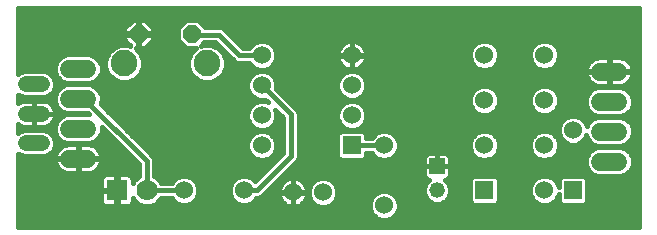
<source format=gbl>
G75*
%MOIN*%
%OFA0B0*%
%FSLAX24Y24*%
%IPPOS*%
%LPD*%
%AMOC8*
5,1,8,0,0,1.08239X$1,22.5*
%
%ADD10C,0.0600*%
%ADD11C,0.0700*%
%ADD12R,0.0700X0.0700*%
%ADD13R,0.0600X0.0600*%
%ADD14R,0.0520X0.0520*%
%ADD15C,0.0520*%
%ADD16C,0.0600*%
%ADD17OC8,0.0600*%
%ADD18C,0.0885*%
%ADD19C,0.0520*%
%ADD20C,0.0160*%
D10*
X006453Y001680D03*
X008453Y001680D03*
X010087Y001613D03*
X011087Y001613D03*
X013126Y001180D03*
X013126Y003180D03*
X012047Y004180D03*
X012047Y005180D03*
X012047Y006180D03*
X009047Y006180D03*
X009047Y005180D03*
X009047Y004180D03*
X009047Y003180D03*
X016469Y003180D03*
X018469Y003180D03*
X019417Y003684D03*
X018469Y004680D03*
X016469Y004680D03*
X016469Y006180D03*
X018469Y006180D03*
X018469Y001680D03*
D11*
X005217Y001680D03*
D12*
X004217Y001680D03*
D13*
X012047Y003180D03*
X016469Y001680D03*
X019417Y001684D03*
D14*
X014890Y002478D03*
D15*
X014890Y001678D03*
D16*
X020330Y002641D02*
X020930Y002641D01*
X020930Y003641D02*
X020330Y003641D01*
X020330Y004641D02*
X020930Y004641D01*
X020930Y005641D02*
X020330Y005641D01*
X003225Y005735D02*
X002625Y005735D01*
X002625Y004735D02*
X003225Y004735D01*
X003225Y003735D02*
X002625Y003735D01*
X002625Y002735D02*
X003225Y002735D01*
D17*
X004949Y006890D03*
X006729Y006890D03*
D18*
X007219Y005910D03*
X004459Y005910D03*
D19*
X001718Y005220D02*
X001198Y005220D01*
X001198Y004236D02*
X001718Y004236D01*
X001718Y003251D02*
X001198Y003251D01*
D20*
X000922Y002905D02*
X000922Y000460D01*
X021622Y000460D01*
X021622Y007774D01*
X000922Y007774D01*
X000922Y005566D01*
X000949Y005593D01*
X001111Y005660D01*
X001806Y005660D01*
X001967Y005593D01*
X002091Y005469D01*
X002158Y005307D01*
X002158Y005132D01*
X002091Y004971D01*
X001967Y004847D01*
X001806Y004780D01*
X001111Y004780D01*
X000949Y004847D01*
X000922Y004874D01*
X000922Y004579D01*
X000967Y004612D01*
X001029Y004643D01*
X001095Y004665D01*
X001163Y004676D01*
X001458Y004676D01*
X001458Y004236D01*
X001458Y004236D01*
X001458Y004676D01*
X001753Y004676D01*
X001821Y004665D01*
X001887Y004643D01*
X001949Y004612D01*
X002005Y004571D01*
X002054Y004522D01*
X002094Y004466D01*
X002126Y004404D01*
X002147Y004339D01*
X002158Y004270D01*
X002158Y004236D01*
X001458Y004236D01*
X001458Y004236D01*
X002158Y004236D01*
X002158Y004201D01*
X002147Y004133D01*
X002126Y004067D01*
X002094Y004005D01*
X002054Y003949D01*
X002005Y003900D01*
X001949Y003859D01*
X001887Y003828D01*
X001821Y003806D01*
X001753Y003796D01*
X001458Y003796D01*
X001458Y004236D01*
X001458Y004236D01*
X001458Y003796D01*
X001163Y003796D01*
X001095Y003806D01*
X001029Y003828D01*
X000967Y003859D01*
X000922Y003892D01*
X000922Y003597D01*
X000949Y003624D01*
X001111Y003691D01*
X001806Y003691D01*
X001967Y003624D01*
X002091Y003501D01*
X002158Y003339D01*
X002158Y003164D01*
X002091Y003002D01*
X001967Y002878D01*
X001806Y002811D01*
X001111Y002811D01*
X000949Y002878D01*
X000922Y002905D01*
X000922Y002875D02*
X000958Y002875D01*
X000922Y002716D02*
X002905Y002716D01*
X002905Y002715D02*
X002145Y002715D01*
X002145Y002697D01*
X002157Y002623D01*
X002180Y002551D01*
X002215Y002484D01*
X002259Y002422D01*
X002313Y002369D01*
X002374Y002325D01*
X002441Y002290D01*
X002513Y002267D01*
X002587Y002255D01*
X002905Y002255D01*
X002905Y002715D01*
X002905Y002755D01*
X002145Y002755D01*
X002145Y002773D01*
X002157Y002848D01*
X002180Y002919D01*
X002215Y002987D01*
X002259Y003048D01*
X002313Y003101D01*
X002374Y003146D01*
X002441Y003180D01*
X002513Y003203D01*
X002587Y003215D01*
X002905Y003215D01*
X002905Y002755D01*
X002945Y002755D01*
X002945Y003215D01*
X003263Y003215D01*
X003338Y003203D01*
X003409Y003180D01*
X003477Y003146D01*
X003538Y003101D01*
X003591Y003048D01*
X003636Y002987D01*
X003670Y002919D01*
X003693Y002848D01*
X003705Y002773D01*
X003705Y002755D01*
X002945Y002755D01*
X002945Y002715D01*
X002945Y002255D01*
X003263Y002255D01*
X003338Y002267D01*
X003409Y002290D01*
X003477Y002325D01*
X003538Y002369D01*
X003591Y002422D01*
X003636Y002484D01*
X003670Y002551D01*
X003693Y002623D01*
X003705Y002697D01*
X003705Y002715D01*
X002945Y002715D01*
X002905Y002715D01*
X002945Y002716D02*
X004785Y002716D01*
X004944Y002558D02*
X003672Y002558D01*
X003568Y002399D02*
X004949Y002399D01*
X004949Y002553D02*
X004949Y002143D01*
X004916Y002129D01*
X004767Y001980D01*
X004747Y001930D01*
X004747Y002054D01*
X004734Y002099D01*
X004711Y002141D01*
X004677Y002174D01*
X004636Y002198D01*
X004590Y002210D01*
X004244Y002210D01*
X004244Y001708D01*
X004189Y001708D01*
X004189Y002210D01*
X003843Y002210D01*
X003797Y002198D01*
X003756Y002174D01*
X003723Y002141D01*
X003699Y002099D01*
X003687Y002054D01*
X003687Y001708D01*
X004189Y001708D01*
X004189Y001652D01*
X004244Y001652D01*
X004244Y001150D01*
X004590Y001150D01*
X004636Y001162D01*
X004677Y001186D01*
X004711Y001219D01*
X004734Y001261D01*
X004747Y001306D01*
X004747Y001430D01*
X004767Y001380D01*
X004916Y001231D01*
X005111Y001150D01*
X005322Y001150D01*
X005517Y001231D01*
X005666Y001380D01*
X005683Y001420D01*
X006041Y001420D01*
X006046Y001408D01*
X006181Y001273D01*
X006357Y001200D01*
X006548Y001200D01*
X006725Y001273D01*
X006860Y001408D01*
X006933Y001585D01*
X006933Y001775D01*
X006860Y001952D01*
X006725Y002087D01*
X006548Y002160D01*
X006357Y002160D01*
X006181Y002087D01*
X006046Y001952D01*
X006041Y001940D01*
X005683Y001940D01*
X005666Y001980D01*
X005517Y002129D01*
X005469Y002149D01*
X005469Y002712D01*
X005429Y002808D01*
X005356Y002881D01*
X003674Y004563D01*
X003705Y004640D01*
X003705Y004831D01*
X003632Y005007D01*
X003497Y005142D01*
X003321Y005215D01*
X002530Y005215D01*
X002353Y005142D01*
X002218Y005007D01*
X002145Y004831D01*
X002145Y004640D01*
X002218Y004463D01*
X002353Y004328D01*
X002530Y004255D01*
X003246Y004255D01*
X003286Y004215D01*
X002530Y004215D01*
X002353Y004142D01*
X002218Y004007D01*
X002145Y003831D01*
X002145Y003640D01*
X002218Y003463D01*
X002353Y003328D01*
X002530Y003255D01*
X003321Y003255D01*
X003497Y003328D01*
X003632Y003463D01*
X003705Y003640D01*
X003705Y003796D01*
X004949Y002553D01*
X005209Y002660D02*
X005209Y001688D01*
X005217Y001680D01*
X006453Y001680D01*
X006933Y001607D02*
X007973Y001607D01*
X007973Y001585D02*
X008046Y001408D01*
X008181Y001273D01*
X008357Y001200D01*
X008548Y001200D01*
X008725Y001273D01*
X008860Y001408D01*
X008865Y001420D01*
X008926Y001420D01*
X009021Y001460D01*
X010159Y002597D01*
X010232Y002671D01*
X010272Y002766D01*
X010272Y004267D01*
X010232Y004363D01*
X009522Y005073D01*
X009527Y005085D01*
X009527Y005275D01*
X009454Y005452D01*
X009319Y005587D01*
X009143Y005660D01*
X008952Y005660D01*
X008775Y005587D01*
X008640Y005452D01*
X008567Y005275D01*
X008567Y005085D01*
X008640Y004908D01*
X008775Y004773D01*
X008952Y004700D01*
X009143Y004700D01*
X009155Y004705D01*
X009240Y004620D01*
X009143Y004660D01*
X008952Y004660D01*
X008775Y004587D01*
X008640Y004452D01*
X008567Y004275D01*
X008567Y004085D01*
X008640Y003908D01*
X008775Y003773D01*
X008952Y003700D01*
X009143Y003700D01*
X009319Y003773D01*
X009454Y003908D01*
X009527Y004085D01*
X009527Y004275D01*
X009487Y004372D01*
X009752Y004108D01*
X009752Y002925D01*
X008819Y001993D01*
X008725Y002087D01*
X008548Y002160D01*
X008357Y002160D01*
X008181Y002087D01*
X008046Y001952D01*
X007973Y001775D01*
X007973Y001585D01*
X008029Y001448D02*
X006876Y001448D01*
X006741Y001290D02*
X008164Y001290D01*
X008741Y001290D02*
X009731Y001290D01*
X009721Y001300D02*
X009774Y001247D01*
X009835Y001203D01*
X009902Y001168D01*
X009974Y001145D01*
X010049Y001133D01*
X010082Y001133D01*
X010082Y001608D01*
X010092Y001608D01*
X010092Y001618D01*
X010567Y001618D01*
X010567Y001651D01*
X010555Y001725D01*
X010531Y001797D01*
X010497Y001865D01*
X010453Y001926D01*
X010399Y001979D01*
X010338Y002024D01*
X010271Y002058D01*
X010199Y002081D01*
X010124Y002093D01*
X010092Y002093D01*
X010092Y001618D01*
X010082Y001618D01*
X010082Y002093D01*
X010049Y002093D01*
X009974Y002081D01*
X009902Y002058D01*
X009835Y002024D01*
X009774Y001979D01*
X009721Y001926D01*
X009676Y001865D01*
X009642Y001797D01*
X009618Y001725D01*
X009607Y001651D01*
X009607Y001618D01*
X010082Y001618D01*
X010082Y001608D01*
X009607Y001608D01*
X009607Y001575D01*
X009618Y001501D01*
X009642Y001429D01*
X009676Y001361D01*
X009721Y001300D01*
X010082Y001290D02*
X010092Y001290D01*
X010199Y001145D02*
X010271Y001168D01*
X010338Y001203D01*
X010399Y001247D01*
X010453Y001300D01*
X010497Y001361D01*
X010531Y001429D01*
X010555Y001501D01*
X010567Y001575D01*
X010567Y001608D01*
X010092Y001608D01*
X010092Y001133D01*
X010124Y001133D01*
X010199Y001145D01*
X010442Y001290D02*
X010731Y001290D01*
X010680Y001341D02*
X010815Y001206D01*
X010991Y001133D01*
X011182Y001133D01*
X011359Y001206D01*
X011494Y001341D01*
X011567Y001518D01*
X011567Y001709D01*
X011494Y001885D01*
X011359Y002020D01*
X011182Y002093D01*
X010991Y002093D01*
X010815Y002020D01*
X010680Y001885D01*
X010607Y001709D01*
X010607Y001518D01*
X010680Y001341D01*
X010635Y001448D02*
X010538Y001448D01*
X010567Y001607D02*
X010607Y001607D01*
X010630Y001765D02*
X010542Y001765D01*
X010454Y001924D02*
X010718Y001924D01*
X010964Y002082D02*
X010194Y002082D01*
X010092Y002082D02*
X010082Y002082D01*
X009979Y002082D02*
X009644Y002082D01*
X009719Y001924D02*
X009485Y001924D01*
X009631Y001765D02*
X009327Y001765D01*
X009168Y001607D02*
X009607Y001607D01*
X009636Y001448D02*
X008993Y001448D01*
X008874Y001680D02*
X008453Y001680D01*
X008874Y001680D02*
X010012Y002818D01*
X010012Y004215D01*
X009047Y005180D01*
X008567Y005252D02*
X002158Y005252D01*
X002353Y005328D02*
X002530Y005255D01*
X003321Y005255D01*
X003497Y005328D01*
X003632Y005463D01*
X003705Y005640D01*
X003705Y005831D01*
X003632Y006007D01*
X003497Y006142D01*
X003321Y006215D01*
X002530Y006215D01*
X002353Y006142D01*
X002218Y006007D01*
X002145Y005831D01*
X002145Y005640D01*
X002218Y005463D01*
X002353Y005328D01*
X002271Y005411D02*
X002115Y005411D01*
X002174Y005569D02*
X001991Y005569D01*
X002145Y005728D02*
X000922Y005728D01*
X000922Y005886D02*
X002168Y005886D01*
X002256Y006045D02*
X000922Y006045D01*
X000922Y006203D02*
X002501Y006203D01*
X003350Y006203D02*
X003906Y006203D01*
X003931Y006263D02*
X003836Y006034D01*
X003836Y005787D01*
X003931Y005558D01*
X004106Y005383D01*
X004335Y005288D01*
X004582Y005288D01*
X004811Y005383D01*
X004986Y005558D01*
X005081Y005787D01*
X005081Y006034D01*
X004986Y006263D01*
X004839Y006410D01*
X004929Y006410D01*
X004929Y006870D01*
X004969Y006870D01*
X004969Y006910D01*
X005429Y006910D01*
X005429Y007089D01*
X005147Y007370D01*
X004969Y007370D01*
X004969Y006910D01*
X004929Y006910D01*
X004929Y006870D01*
X004469Y006870D01*
X004469Y006692D01*
X004659Y006501D01*
X004582Y006533D01*
X004335Y006533D01*
X004106Y006438D01*
X003931Y006263D01*
X004029Y006362D02*
X000922Y006362D01*
X000922Y006520D02*
X004304Y006520D01*
X004614Y006520D02*
X004640Y006520D01*
X004929Y006520D02*
X004969Y006520D01*
X005257Y006520D02*
X006420Y006520D01*
X006530Y006410D02*
X006249Y006692D01*
X006249Y007089D01*
X006530Y007370D01*
X006927Y007370D01*
X007165Y007133D01*
X007662Y007133D01*
X007758Y007093D01*
X007831Y007020D01*
X008411Y006440D01*
X008635Y006440D01*
X008640Y006452D01*
X008775Y006587D01*
X008952Y006660D01*
X009143Y006660D01*
X009319Y006587D01*
X009454Y006452D01*
X009527Y006275D01*
X009527Y006085D01*
X009454Y005908D01*
X009319Y005773D01*
X009143Y005700D01*
X008952Y005700D01*
X008775Y005773D01*
X008640Y005908D01*
X008635Y005920D01*
X008251Y005920D01*
X008156Y005960D01*
X007503Y006613D01*
X007130Y006613D01*
X007018Y006501D01*
X007095Y006533D01*
X007342Y006533D01*
X007571Y006438D01*
X007746Y006263D01*
X007841Y006034D01*
X007841Y005787D01*
X007746Y005558D01*
X007571Y005383D01*
X007342Y005288D01*
X007095Y005288D01*
X006866Y005383D01*
X006691Y005558D01*
X006596Y005787D01*
X006596Y006034D01*
X006691Y006263D01*
X006838Y006410D01*
X006530Y006410D01*
X006789Y006362D02*
X004888Y006362D01*
X004969Y006410D02*
X005147Y006410D01*
X005429Y006692D01*
X005429Y006870D01*
X004969Y006870D01*
X004969Y006410D01*
X005011Y006203D02*
X006666Y006203D01*
X006600Y006045D02*
X005077Y006045D01*
X005081Y005886D02*
X006596Y005886D01*
X006621Y005728D02*
X005057Y005728D01*
X004991Y005569D02*
X006686Y005569D01*
X006838Y005411D02*
X004839Y005411D01*
X004078Y005411D02*
X003579Y005411D01*
X003676Y005569D02*
X003926Y005569D01*
X003861Y005728D02*
X003705Y005728D01*
X003682Y005886D02*
X003836Y005886D01*
X003840Y006045D02*
X003595Y006045D01*
X004482Y006679D02*
X000922Y006679D01*
X000922Y006837D02*
X004469Y006837D01*
X004469Y006910D02*
X004929Y006910D01*
X004929Y007370D01*
X004750Y007370D01*
X004469Y007089D01*
X004469Y006910D01*
X004469Y006996D02*
X000922Y006996D01*
X000922Y007154D02*
X004533Y007154D01*
X004692Y007313D02*
X000922Y007313D01*
X000922Y007471D02*
X021622Y007471D01*
X021622Y007313D02*
X006985Y007313D01*
X007144Y007154D02*
X021622Y007154D01*
X021622Y006996D02*
X007855Y006996D01*
X008014Y006837D02*
X021622Y006837D01*
X021622Y006679D02*
X008172Y006679D01*
X008331Y006520D02*
X008708Y006520D01*
X009386Y006520D02*
X011708Y006520D01*
X011735Y006546D02*
X011681Y006493D01*
X011637Y006432D01*
X011602Y006364D01*
X011579Y006292D01*
X011567Y006218D01*
X011567Y006189D01*
X012039Y006189D01*
X012039Y006660D01*
X012010Y006660D01*
X011935Y006648D01*
X011863Y006625D01*
X011796Y006591D01*
X011735Y006546D01*
X012039Y006520D02*
X012056Y006520D01*
X012056Y006660D02*
X012056Y006189D01*
X012039Y006189D01*
X012039Y006171D01*
X012056Y006171D01*
X012056Y005700D01*
X012085Y005700D01*
X012160Y005712D01*
X012232Y005735D01*
X012299Y005769D01*
X012360Y005814D01*
X012413Y005867D01*
X012458Y005928D01*
X012492Y005996D01*
X012515Y006068D01*
X012527Y006142D01*
X012527Y006171D01*
X012056Y006171D01*
X012056Y006189D01*
X012527Y006189D01*
X012527Y006218D01*
X012515Y006292D01*
X012492Y006364D01*
X012458Y006432D01*
X012413Y006493D01*
X012360Y006546D01*
X012299Y006591D01*
X012232Y006625D01*
X012160Y006648D01*
X012085Y006660D01*
X012056Y006660D01*
X012386Y006520D02*
X016130Y006520D01*
X016197Y006587D02*
X016062Y006452D01*
X015989Y006275D01*
X015989Y006085D01*
X016062Y005908D01*
X016197Y005773D01*
X016373Y005700D01*
X016564Y005700D01*
X016740Y005773D01*
X016875Y005908D01*
X016949Y006085D01*
X016949Y006275D01*
X016875Y006452D01*
X016740Y006587D01*
X016564Y006660D01*
X016373Y006660D01*
X016197Y006587D01*
X016024Y006362D02*
X012493Y006362D01*
X012527Y006203D02*
X015989Y006203D01*
X016005Y006045D02*
X012508Y006045D01*
X012427Y005886D02*
X016084Y005886D01*
X016307Y005728D02*
X012208Y005728D01*
X012143Y005660D02*
X011952Y005660D01*
X011775Y005587D01*
X011640Y005452D01*
X011567Y005275D01*
X011567Y005085D01*
X011640Y004908D01*
X011775Y004773D01*
X011952Y004700D01*
X012143Y004700D01*
X012319Y004773D01*
X012454Y004908D01*
X012527Y005085D01*
X012527Y005275D01*
X012454Y005452D01*
X012319Y005587D01*
X012143Y005660D01*
X012056Y005728D02*
X012039Y005728D01*
X012039Y005700D02*
X012039Y006171D01*
X011567Y006171D01*
X011567Y006142D01*
X011579Y006068D01*
X011602Y005996D01*
X011637Y005928D01*
X011681Y005867D01*
X011735Y005814D01*
X011796Y005769D01*
X011863Y005735D01*
X011935Y005712D01*
X012010Y005700D01*
X012039Y005700D01*
X011887Y005728D02*
X009209Y005728D01*
X008885Y005728D02*
X007817Y005728D01*
X007841Y005886D02*
X008662Y005886D01*
X008071Y006045D02*
X007837Y006045D01*
X007771Y006203D02*
X007912Y006203D01*
X007754Y006362D02*
X007648Y006362D01*
X007595Y006520D02*
X007374Y006520D01*
X007064Y006520D02*
X007037Y006520D01*
X006262Y006679D02*
X005415Y006679D01*
X005429Y006837D02*
X006249Y006837D01*
X006249Y006996D02*
X005429Y006996D01*
X005364Y007154D02*
X006313Y007154D01*
X006472Y007313D02*
X005205Y007313D01*
X004969Y007313D02*
X004929Y007313D01*
X004929Y007154D02*
X004969Y007154D01*
X004969Y006996D02*
X004929Y006996D01*
X004929Y006837D02*
X004969Y006837D01*
X004969Y006679D02*
X004929Y006679D01*
X006729Y006890D02*
X006746Y006873D01*
X007610Y006873D01*
X008303Y006180D01*
X009047Y006180D01*
X009492Y006362D02*
X011602Y006362D01*
X011567Y006203D02*
X009527Y006203D01*
X009511Y006045D02*
X011587Y006045D01*
X011668Y005886D02*
X009432Y005886D01*
X009337Y005569D02*
X011757Y005569D01*
X011623Y005411D02*
X009471Y005411D01*
X009527Y005252D02*
X011567Y005252D01*
X011567Y005094D02*
X009527Y005094D01*
X009660Y004935D02*
X011629Y004935D01*
X011772Y004777D02*
X009818Y004777D01*
X009977Y004618D02*
X011850Y004618D01*
X011775Y004587D02*
X011640Y004452D01*
X011567Y004275D01*
X011567Y004085D01*
X011640Y003908D01*
X011775Y003773D01*
X011952Y003700D01*
X012143Y003700D01*
X012319Y003773D01*
X012454Y003908D01*
X012527Y004085D01*
X012527Y004275D01*
X012454Y004452D01*
X012319Y004587D01*
X012143Y004660D01*
X011952Y004660D01*
X011775Y004587D01*
X011648Y004460D02*
X010135Y004460D01*
X010258Y004301D02*
X011578Y004301D01*
X011567Y004143D02*
X010272Y004143D01*
X010272Y003984D02*
X011609Y003984D01*
X011723Y003826D02*
X010272Y003826D01*
X010272Y003667D02*
X018937Y003667D01*
X018937Y003588D02*
X019010Y003412D01*
X019145Y003277D01*
X019322Y003204D01*
X019513Y003204D01*
X019689Y003277D01*
X019824Y003412D01*
X019865Y003510D01*
X019923Y003369D01*
X020058Y003234D01*
X020234Y003161D01*
X021025Y003161D01*
X021202Y003234D01*
X021337Y003369D01*
X021410Y003545D01*
X021410Y003736D01*
X021337Y003913D01*
X021202Y004048D01*
X021025Y004121D01*
X020234Y004121D01*
X020058Y004048D01*
X019923Y003913D01*
X019883Y003815D01*
X019824Y003956D01*
X019689Y004091D01*
X019513Y004164D01*
X019322Y004164D01*
X019145Y004091D01*
X019010Y003956D01*
X018937Y003779D01*
X018937Y003588D01*
X018970Y003509D02*
X018819Y003509D01*
X018875Y003452D02*
X018740Y003587D01*
X018564Y003660D01*
X018373Y003660D01*
X018197Y003587D01*
X018062Y003452D01*
X017989Y003275D01*
X017989Y003085D01*
X018062Y002908D01*
X018197Y002773D01*
X018373Y002700D01*
X018564Y002700D01*
X018740Y002773D01*
X018875Y002908D01*
X018949Y003085D01*
X018949Y003275D01*
X018875Y003452D01*
X018918Y003350D02*
X019072Y003350D01*
X018949Y003192D02*
X020160Y003192D01*
X020234Y003121D02*
X020058Y003048D01*
X019923Y002913D01*
X019850Y002736D01*
X019850Y002545D01*
X019923Y002369D01*
X020058Y002234D01*
X020234Y002161D01*
X021025Y002161D01*
X021202Y002234D01*
X021337Y002369D01*
X021410Y002545D01*
X021410Y002736D01*
X021337Y002913D01*
X021202Y003048D01*
X021025Y003121D01*
X020234Y003121D01*
X020044Y003033D02*
X018927Y003033D01*
X018842Y002875D02*
X019907Y002875D01*
X019850Y002716D02*
X018603Y002716D01*
X018334Y002716D02*
X016603Y002716D01*
X016564Y002700D02*
X016740Y002773D01*
X016875Y002908D01*
X016949Y003085D01*
X016949Y003275D01*
X016875Y003452D01*
X016740Y003587D01*
X016564Y003660D01*
X016373Y003660D01*
X016197Y003587D01*
X016062Y003452D01*
X015989Y003275D01*
X015989Y003085D01*
X016062Y002908D01*
X016197Y002773D01*
X016373Y002700D01*
X016564Y002700D01*
X016334Y002716D02*
X015330Y002716D01*
X015330Y002761D02*
X015318Y002807D01*
X015294Y002848D01*
X015260Y002882D01*
X015219Y002905D01*
X015174Y002918D01*
X014890Y002918D01*
X014890Y002478D01*
X014890Y002478D01*
X015330Y002478D01*
X015330Y002761D01*
X015267Y002875D02*
X016095Y002875D01*
X016010Y003033D02*
X013585Y003033D01*
X013606Y003085D02*
X013533Y002908D01*
X013398Y002773D01*
X013222Y002700D01*
X013031Y002700D01*
X012854Y002773D01*
X012719Y002908D01*
X012714Y002920D01*
X012527Y002920D01*
X012527Y002805D01*
X012422Y002700D01*
X011673Y002700D01*
X011567Y002805D01*
X011567Y003555D01*
X011673Y003660D01*
X012422Y003660D01*
X012527Y003555D01*
X012527Y003440D01*
X012714Y003440D01*
X012719Y003452D01*
X012854Y003587D01*
X013031Y003660D01*
X013222Y003660D01*
X013398Y003587D01*
X013533Y003452D01*
X013606Y003275D01*
X013606Y003085D01*
X013606Y003192D02*
X015989Y003192D01*
X016019Y003350D02*
X013575Y003350D01*
X013476Y003509D02*
X016118Y003509D01*
X016819Y003509D02*
X018118Y003509D01*
X018019Y003350D02*
X016918Y003350D01*
X016949Y003192D02*
X017989Y003192D01*
X018010Y003033D02*
X016927Y003033D01*
X016842Y002875D02*
X018095Y002875D01*
X018373Y002160D02*
X018197Y002087D01*
X018062Y001952D01*
X017989Y001775D01*
X017989Y001585D01*
X018062Y001408D01*
X018197Y001273D01*
X018373Y001200D01*
X018564Y001200D01*
X018740Y001273D01*
X018875Y001408D01*
X018937Y001558D01*
X018937Y001309D01*
X019043Y001204D01*
X019792Y001204D01*
X019897Y001309D01*
X019897Y002058D01*
X019792Y002164D01*
X019043Y002164D01*
X018937Y002058D01*
X018937Y001802D01*
X018875Y001952D01*
X018740Y002087D01*
X018564Y002160D01*
X018373Y002160D01*
X018192Y002082D02*
X016921Y002082D01*
X016949Y002055D02*
X016843Y002160D01*
X016094Y002160D01*
X015989Y002055D01*
X015989Y001305D01*
X016094Y001200D01*
X016843Y001200D01*
X016949Y001305D01*
X016949Y002055D01*
X016949Y001924D02*
X018050Y001924D01*
X017989Y001765D02*
X016949Y001765D01*
X016949Y001607D02*
X017989Y001607D01*
X018045Y001448D02*
X016949Y001448D01*
X016933Y001290D02*
X018180Y001290D01*
X018757Y001290D02*
X018957Y001290D01*
X018937Y001448D02*
X018892Y001448D01*
X019877Y001290D02*
X021622Y001290D01*
X021622Y001448D02*
X019897Y001448D01*
X019897Y001607D02*
X021622Y001607D01*
X021622Y001765D02*
X019897Y001765D01*
X019897Y001924D02*
X021622Y001924D01*
X021622Y002082D02*
X019874Y002082D01*
X020051Y002241D02*
X015330Y002241D01*
X015330Y002194D02*
X015330Y002478D01*
X014890Y002478D01*
X014890Y002478D01*
X014890Y002918D01*
X014606Y002918D01*
X014560Y002905D01*
X014519Y002882D01*
X014486Y002848D01*
X014462Y002807D01*
X014450Y002761D01*
X014450Y002478D01*
X014890Y002478D01*
X014890Y002478D01*
X014450Y002478D01*
X014450Y002194D01*
X014462Y002148D01*
X014486Y002107D01*
X014519Y002074D01*
X014560Y002050D01*
X014606Y002038D01*
X014628Y002038D01*
X014517Y001927D01*
X014450Y001765D01*
X011543Y001765D01*
X011567Y001607D02*
X012901Y001607D01*
X012854Y001587D02*
X012719Y001452D01*
X012646Y001275D01*
X012646Y001085D01*
X012719Y000908D01*
X012854Y000773D01*
X013031Y000700D01*
X013222Y000700D01*
X013398Y000773D01*
X013533Y000908D01*
X013606Y001085D01*
X013606Y001275D01*
X013533Y001452D01*
X013398Y001587D01*
X013222Y001660D01*
X013031Y001660D01*
X012854Y001587D01*
X012717Y001448D02*
X011538Y001448D01*
X011442Y001290D02*
X012652Y001290D01*
X012646Y001131D02*
X000922Y001131D01*
X000922Y000973D02*
X012692Y000973D01*
X012813Y000814D02*
X000922Y000814D01*
X000922Y000656D02*
X021622Y000656D01*
X021622Y000497D02*
X000922Y000497D01*
X000922Y001290D02*
X003691Y001290D01*
X003687Y001306D02*
X003699Y001261D01*
X003723Y001219D01*
X003756Y001186D01*
X003797Y001162D01*
X003843Y001150D01*
X004189Y001150D01*
X004189Y001652D01*
X003687Y001652D01*
X003687Y001306D01*
X003687Y001448D02*
X000922Y001448D01*
X000922Y001607D02*
X003687Y001607D01*
X003687Y001765D02*
X000922Y001765D01*
X000922Y001924D02*
X003687Y001924D01*
X003694Y002082D02*
X000922Y002082D01*
X000922Y002241D02*
X004949Y002241D01*
X004869Y002082D02*
X004739Y002082D01*
X004244Y002082D02*
X004189Y002082D01*
X004189Y001924D02*
X004244Y001924D01*
X004244Y001765D02*
X004189Y001765D01*
X004189Y001607D02*
X004244Y001607D01*
X004244Y001448D02*
X004189Y001448D01*
X004189Y001290D02*
X004244Y001290D01*
X004742Y001290D02*
X004858Y001290D01*
X005576Y001290D02*
X006164Y001290D01*
X006933Y001765D02*
X007973Y001765D01*
X008034Y001924D02*
X006871Y001924D01*
X006730Y002082D02*
X008176Y002082D01*
X008730Y002082D02*
X008908Y002082D01*
X009067Y002241D02*
X005469Y002241D01*
X005469Y002399D02*
X009225Y002399D01*
X009384Y002558D02*
X005469Y002558D01*
X005467Y002716D02*
X008913Y002716D01*
X008952Y002700D02*
X009143Y002700D01*
X009319Y002773D01*
X009454Y002908D01*
X009527Y003085D01*
X009527Y003275D01*
X009454Y003452D01*
X009319Y003587D01*
X009143Y003660D01*
X008952Y003660D01*
X008775Y003587D01*
X008640Y003452D01*
X008567Y003275D01*
X008567Y003085D01*
X008640Y002908D01*
X008775Y002773D01*
X008952Y002700D01*
X009181Y002716D02*
X009542Y002716D01*
X009421Y002875D02*
X009701Y002875D01*
X009752Y003033D02*
X009506Y003033D01*
X009527Y003192D02*
X009752Y003192D01*
X009752Y003350D02*
X009496Y003350D01*
X009398Y003509D02*
X009752Y003509D01*
X009752Y003667D02*
X004570Y003667D01*
X004728Y003509D02*
X008697Y003509D01*
X008598Y003350D02*
X004887Y003350D01*
X005045Y003192D02*
X008567Y003192D01*
X008589Y003033D02*
X005204Y003033D01*
X005362Y002875D02*
X008674Y002875D01*
X009961Y002399D02*
X014450Y002399D01*
X014450Y002241D02*
X009802Y002241D01*
X010082Y001924D02*
X010092Y001924D01*
X010082Y001765D02*
X010092Y001765D01*
X010082Y001607D02*
X010092Y001607D01*
X010082Y001448D02*
X010092Y001448D01*
X011455Y001924D02*
X014515Y001924D01*
X014511Y002082D02*
X011209Y002082D01*
X010119Y002558D02*
X014450Y002558D01*
X014450Y002716D02*
X013260Y002716D01*
X012992Y002716D02*
X012438Y002716D01*
X012527Y002875D02*
X012753Y002875D01*
X013126Y003180D02*
X012047Y003180D01*
X011567Y003192D02*
X010272Y003192D01*
X010272Y003350D02*
X011567Y003350D01*
X011567Y003509D02*
X010272Y003509D01*
X009752Y003826D02*
X009372Y003826D01*
X009486Y003984D02*
X009752Y003984D01*
X009717Y004143D02*
X009527Y004143D01*
X009517Y004301D02*
X009559Y004301D01*
X008850Y004618D02*
X003696Y004618D01*
X003705Y004777D02*
X008772Y004777D01*
X008629Y004935D02*
X003662Y004935D01*
X003546Y005094D02*
X008567Y005094D01*
X008623Y005411D02*
X007599Y005411D01*
X007751Y005569D02*
X008757Y005569D01*
X008648Y004460D02*
X003777Y004460D01*
X003936Y004301D02*
X008578Y004301D01*
X008567Y004143D02*
X004094Y004143D01*
X004253Y003984D02*
X008609Y003984D01*
X008723Y003826D02*
X004411Y003826D01*
X003834Y003667D02*
X003705Y003667D01*
X003651Y003509D02*
X003993Y003509D01*
X004151Y003350D02*
X003519Y003350D01*
X003374Y003192D02*
X004310Y003192D01*
X004468Y003033D02*
X003602Y003033D01*
X003685Y002875D02*
X004627Y002875D01*
X005209Y002660D02*
X003134Y004735D01*
X002925Y004735D01*
X002222Y004460D02*
X002098Y004460D01*
X002154Y004618D02*
X001937Y004618D01*
X002145Y004777D02*
X000922Y004777D01*
X000922Y004618D02*
X000979Y004618D01*
X001458Y004618D02*
X001458Y004618D01*
X001458Y004460D02*
X001458Y004460D01*
X001458Y004301D02*
X001458Y004301D01*
X001458Y004143D02*
X001458Y004143D01*
X001458Y003984D02*
X001458Y003984D01*
X001458Y003826D02*
X001458Y003826D01*
X001036Y003826D02*
X000922Y003826D01*
X000922Y003667D02*
X001052Y003667D01*
X001864Y003667D02*
X002145Y003667D01*
X002145Y003826D02*
X001880Y003826D01*
X002079Y003984D02*
X002209Y003984D01*
X002149Y004143D02*
X002354Y004143D01*
X002419Y004301D02*
X002153Y004301D01*
X002188Y004935D02*
X002055Y004935D01*
X002142Y005094D02*
X002305Y005094D01*
X000925Y005569D02*
X000922Y005569D01*
X000922Y007630D02*
X021622Y007630D01*
X021622Y006520D02*
X018807Y006520D01*
X018740Y006587D02*
X018564Y006660D01*
X018373Y006660D01*
X018197Y006587D01*
X018062Y006452D01*
X017989Y006275D01*
X017989Y006085D01*
X018062Y005908D01*
X018197Y005773D01*
X018373Y005700D01*
X018564Y005700D01*
X018740Y005773D01*
X018875Y005908D01*
X018949Y006085D01*
X018949Y006275D01*
X018875Y006452D01*
X018740Y006587D01*
X018913Y006362D02*
X021622Y006362D01*
X021622Y006203D02*
X018949Y006203D01*
X018932Y006045D02*
X020069Y006045D01*
X020078Y006051D02*
X020017Y006007D01*
X019964Y005953D01*
X019919Y005892D01*
X019885Y005825D01*
X019862Y005753D01*
X019850Y005678D01*
X019850Y005661D01*
X020610Y005661D01*
X020610Y006121D01*
X020292Y006121D01*
X020218Y006109D01*
X020146Y006085D01*
X020078Y006051D01*
X019916Y005886D02*
X018853Y005886D01*
X018630Y005728D02*
X019858Y005728D01*
X019850Y005621D02*
X019850Y005603D01*
X019862Y005528D01*
X019885Y005456D01*
X019919Y005389D01*
X019964Y005328D01*
X020017Y005275D01*
X020078Y005230D01*
X020146Y005196D01*
X020218Y005172D01*
X020292Y005161D01*
X020610Y005161D01*
X020610Y005621D01*
X019850Y005621D01*
X019855Y005569D02*
X012337Y005569D01*
X012471Y005411D02*
X019908Y005411D01*
X020048Y005252D02*
X012527Y005252D01*
X012527Y005094D02*
X016213Y005094D01*
X016197Y005087D02*
X016062Y004952D01*
X015989Y004775D01*
X015989Y004585D01*
X016062Y004408D01*
X016197Y004273D01*
X016373Y004200D01*
X016564Y004200D01*
X016740Y004273D01*
X016875Y004408D01*
X016949Y004585D01*
X016949Y004775D01*
X016875Y004952D01*
X016740Y005087D01*
X016564Y005160D01*
X016373Y005160D01*
X016197Y005087D01*
X016055Y004935D02*
X012465Y004935D01*
X012323Y004777D02*
X015989Y004777D01*
X015989Y004618D02*
X012244Y004618D01*
X012447Y004460D02*
X016040Y004460D01*
X016169Y004301D02*
X012517Y004301D01*
X012527Y004143D02*
X019270Y004143D01*
X019565Y004143D02*
X021622Y004143D01*
X021337Y004369D02*
X021202Y004234D01*
X021025Y004161D01*
X020234Y004161D01*
X020058Y004234D01*
X019923Y004369D01*
X019850Y004545D01*
X019850Y004736D01*
X019923Y004913D01*
X020058Y005048D01*
X020234Y005121D01*
X021025Y005121D01*
X021202Y005048D01*
X021337Y004913D01*
X021410Y004736D01*
X021410Y004545D01*
X021337Y004369D01*
X021269Y004301D02*
X021622Y004301D01*
X021622Y004460D02*
X021374Y004460D01*
X021410Y004618D02*
X021622Y004618D01*
X021622Y004777D02*
X021393Y004777D01*
X021314Y004935D02*
X021622Y004935D01*
X021622Y005094D02*
X021091Y005094D01*
X021042Y005172D02*
X020968Y005161D01*
X020650Y005161D01*
X020650Y005621D01*
X020650Y005661D01*
X020610Y005661D01*
X020610Y005621D01*
X020650Y005621D01*
X021410Y005621D01*
X021410Y005603D01*
X021398Y005528D01*
X021375Y005456D01*
X021340Y005389D01*
X021296Y005328D01*
X021243Y005275D01*
X021182Y005230D01*
X021114Y005196D01*
X021042Y005172D01*
X021212Y005252D02*
X021622Y005252D01*
X021622Y005411D02*
X021351Y005411D01*
X021405Y005569D02*
X021622Y005569D01*
X021410Y005661D02*
X021410Y005678D01*
X021398Y005753D01*
X021375Y005825D01*
X021340Y005892D01*
X021296Y005953D01*
X021243Y006007D01*
X021182Y006051D01*
X021114Y006085D01*
X021042Y006109D01*
X020968Y006121D01*
X020650Y006121D01*
X020650Y005661D01*
X021410Y005661D01*
X021402Y005728D02*
X021622Y005728D01*
X021622Y005886D02*
X021344Y005886D01*
X021191Y006045D02*
X021622Y006045D01*
X020650Y006045D02*
X020610Y006045D01*
X020610Y005886D02*
X020650Y005886D01*
X020650Y005728D02*
X020610Y005728D01*
X020610Y005569D02*
X020650Y005569D01*
X020650Y005411D02*
X020610Y005411D01*
X020610Y005252D02*
X020650Y005252D01*
X020169Y005094D02*
X018725Y005094D01*
X018740Y005087D02*
X018564Y005160D01*
X018373Y005160D01*
X018197Y005087D01*
X018062Y004952D01*
X017989Y004775D01*
X017989Y004585D01*
X018062Y004408D01*
X018197Y004273D01*
X018373Y004200D01*
X018564Y004200D01*
X018740Y004273D01*
X018875Y004408D01*
X018949Y004585D01*
X018949Y004775D01*
X018875Y004952D01*
X018740Y005087D01*
X018882Y004935D02*
X019946Y004935D01*
X019867Y004777D02*
X018948Y004777D01*
X018949Y004618D02*
X019850Y004618D01*
X019885Y004460D02*
X018897Y004460D01*
X018768Y004301D02*
X019991Y004301D01*
X019995Y003984D02*
X019796Y003984D01*
X019878Y003826D02*
X019887Y003826D01*
X019864Y003509D02*
X019865Y003509D01*
X019942Y003350D02*
X019762Y003350D01*
X018956Y003826D02*
X012372Y003826D01*
X012486Y003984D02*
X019039Y003984D01*
X018169Y004301D02*
X016768Y004301D01*
X016897Y004460D02*
X018040Y004460D01*
X017989Y004618D02*
X016949Y004618D01*
X016948Y004777D02*
X017989Y004777D01*
X018055Y004935D02*
X016882Y004935D01*
X016725Y005094D02*
X018213Y005094D01*
X018307Y005728D02*
X016630Y005728D01*
X016853Y005886D02*
X018084Y005886D01*
X018005Y006045D02*
X016932Y006045D01*
X016949Y006203D02*
X017989Y006203D01*
X018024Y006362D02*
X016913Y006362D01*
X016807Y006520D02*
X018130Y006520D01*
X012056Y006362D02*
X012039Y006362D01*
X012039Y006203D02*
X012056Y006203D01*
X012039Y006045D02*
X012056Y006045D01*
X012039Y005886D02*
X012056Y005886D01*
X012527Y003509D02*
X012776Y003509D01*
X011567Y003033D02*
X010272Y003033D01*
X010272Y002875D02*
X011567Y002875D01*
X011657Y002716D02*
X010251Y002716D01*
X013351Y001607D02*
X014450Y001607D01*
X014450Y001590D02*
X014517Y001428D01*
X014641Y001305D01*
X014802Y001238D01*
X014977Y001238D01*
X015139Y001305D01*
X015263Y001428D01*
X015330Y001590D01*
X015330Y001765D01*
X015989Y001765D01*
X015989Y001607D02*
X015330Y001607D01*
X015330Y001765D02*
X015263Y001927D01*
X015152Y002038D01*
X015174Y002038D01*
X015219Y002050D01*
X015260Y002074D01*
X015294Y002107D01*
X015318Y002148D01*
X015330Y002194D01*
X015269Y002082D02*
X016016Y002082D01*
X015989Y001924D02*
X015264Y001924D01*
X014450Y001765D02*
X014450Y001590D01*
X014509Y001448D02*
X013535Y001448D01*
X013600Y001290D02*
X014677Y001290D01*
X015103Y001290D02*
X016004Y001290D01*
X015989Y001448D02*
X015271Y001448D01*
X013606Y001131D02*
X021622Y001131D01*
X021622Y000973D02*
X013560Y000973D01*
X013439Y000814D02*
X021622Y000814D01*
X018937Y001924D02*
X018887Y001924D01*
X018961Y002082D02*
X018745Y002082D01*
X019850Y002558D02*
X015330Y002558D01*
X015330Y002399D02*
X019910Y002399D01*
X021209Y002241D02*
X021622Y002241D01*
X021622Y002399D02*
X021349Y002399D01*
X021410Y002558D02*
X021622Y002558D01*
X021622Y002716D02*
X021410Y002716D01*
X021353Y002875D02*
X021622Y002875D01*
X021622Y003033D02*
X021216Y003033D01*
X021100Y003192D02*
X021622Y003192D01*
X021622Y003350D02*
X021318Y003350D01*
X021395Y003509D02*
X021622Y003509D01*
X021622Y003667D02*
X021410Y003667D01*
X021373Y003826D02*
X021622Y003826D01*
X021622Y003984D02*
X021265Y003984D01*
X014890Y002875D02*
X014890Y002875D01*
X014890Y002716D02*
X014890Y002716D01*
X014890Y002558D02*
X014890Y002558D01*
X014512Y002875D02*
X013499Y002875D01*
X006176Y002082D02*
X005564Y002082D01*
X002945Y002399D02*
X002905Y002399D01*
X002905Y002558D02*
X002945Y002558D01*
X002945Y002875D02*
X002905Y002875D01*
X002905Y003033D02*
X002945Y003033D01*
X002945Y003192D02*
X002905Y003192D01*
X002477Y003192D02*
X002158Y003192D01*
X002153Y003350D02*
X002332Y003350D01*
X002200Y003509D02*
X002083Y003509D01*
X002104Y003033D02*
X002248Y003033D01*
X002166Y002875D02*
X001958Y002875D01*
X002178Y002558D02*
X000922Y002558D01*
X000922Y002399D02*
X002283Y002399D01*
M02*

</source>
